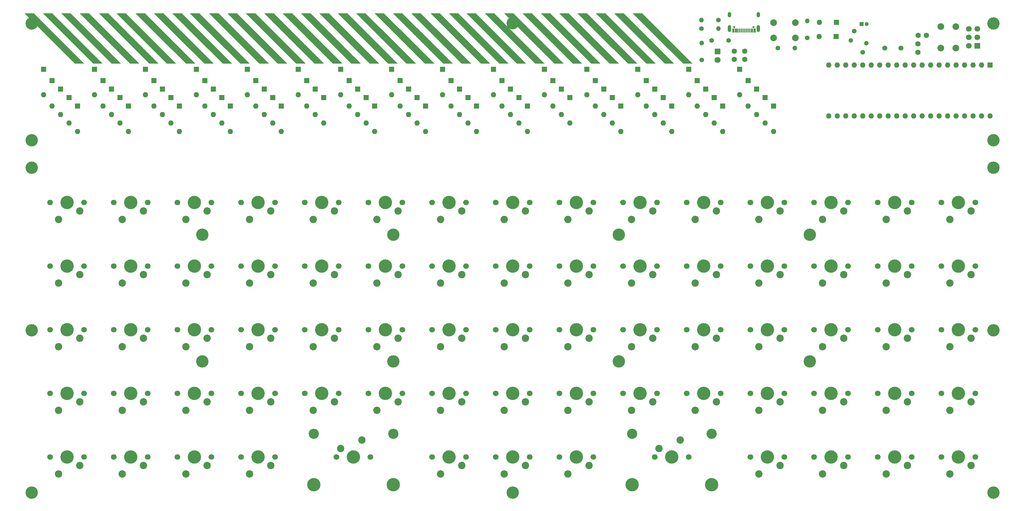
<source format=gbr>
G04 #@! TF.GenerationSoftware,KiCad,Pcbnew,(5.1.6)-1*
G04 #@! TF.CreationDate,2021-02-01T10:29:45-05:00*
G04 #@! TF.ProjectId,keyboard,6b657962-6f61-4726-942e-6b696361645f,rev?*
G04 #@! TF.SameCoordinates,Original*
G04 #@! TF.FileFunction,Soldermask,Top*
G04 #@! TF.FilePolarity,Negative*
%FSLAX46Y46*%
G04 Gerber Fmt 4.6, Leading zero omitted, Abs format (unit mm)*
G04 Created by KiCad (PCBNEW (5.1.6)-1) date 2021-02-01 10:29:45*
%MOMM*%
%LPD*%
G01*
G04 APERTURE LIST*
%ADD10C,0.100000*%
%ADD11C,1.700000*%
%ADD12R,1.700000X1.700000*%
%ADD13C,2.000000*%
%ADD14C,3.700000*%
%ADD15R,0.300000X1.150000*%
%ADD16C,0.650000*%
%ADD17O,1.000000X1.600000*%
%ADD18O,1.000000X2.100000*%
%ADD19C,4.000000*%
%ADD20C,2.200000*%
%ADD21C,3.050000*%
%ADD22C,1.600000*%
%ADD23R,1.600000X1.600000*%
%ADD24O,1.600000X1.600000*%
%ADD25C,1.400000*%
%ADD26O,1.400000X1.400000*%
%ADD27C,1.500000*%
%ADD28C,1.200000*%
%ADD29R,1.200000X1.200000*%
%ADD30R,1.800000X1.800000*%
%ADD31C,1.800000*%
G04 APERTURE END LIST*
D10*
G36*
X202935700Y-36315200D02*
G01*
X200185700Y-36315200D01*
X185185700Y-21315200D01*
X187935700Y-21315200D01*
X202935700Y-36315200D01*
G37*
X202935700Y-36315200D02*
X200185700Y-36315200D01*
X185185700Y-21315200D01*
X187935700Y-21315200D01*
X202935700Y-36315200D01*
G36*
X37435700Y-36315200D02*
G01*
X34685700Y-36315200D01*
X19685700Y-21315200D01*
X22435700Y-21315200D01*
X37435700Y-36315200D01*
G37*
X37435700Y-36315200D02*
X34685700Y-36315200D01*
X19685700Y-21315200D01*
X22435700Y-21315200D01*
X37435700Y-36315200D01*
G36*
X42935700Y-36315200D02*
G01*
X40185700Y-36315200D01*
X25185700Y-21315200D01*
X27935700Y-21315200D01*
X42935700Y-36315200D01*
G37*
X42935700Y-36315200D02*
X40185700Y-36315200D01*
X25185700Y-21315200D01*
X27935700Y-21315200D01*
X42935700Y-36315200D01*
G36*
X48435700Y-36315200D02*
G01*
X45685700Y-36315200D01*
X30685700Y-21315200D01*
X33435700Y-21315200D01*
X48435700Y-36315200D01*
G37*
X48435700Y-36315200D02*
X45685700Y-36315200D01*
X30685700Y-21315200D01*
X33435700Y-21315200D01*
X48435700Y-36315200D01*
G36*
X53935700Y-36315200D02*
G01*
X51185700Y-36315200D01*
X36185700Y-21315200D01*
X38935700Y-21315200D01*
X53935700Y-36315200D01*
G37*
X53935700Y-36315200D02*
X51185700Y-36315200D01*
X36185700Y-21315200D01*
X38935700Y-21315200D01*
X53935700Y-36315200D01*
G36*
X59685700Y-36315200D02*
G01*
X56935700Y-36315200D01*
X41935700Y-21315200D01*
X44685700Y-21315200D01*
X59685700Y-36315200D01*
G37*
X59685700Y-36315200D02*
X56935700Y-36315200D01*
X41935700Y-21315200D01*
X44685700Y-21315200D01*
X59685700Y-36315200D01*
G36*
X64935700Y-36315200D02*
G01*
X62185700Y-36315200D01*
X47185700Y-21315200D01*
X49935700Y-21315200D01*
X64935700Y-36315200D01*
G37*
X64935700Y-36315200D02*
X62185700Y-36315200D01*
X47185700Y-21315200D01*
X49935700Y-21315200D01*
X64935700Y-36315200D01*
G36*
X70685700Y-36315200D02*
G01*
X67935700Y-36315200D01*
X52935700Y-21315200D01*
X55685700Y-21315200D01*
X70685700Y-36315200D01*
G37*
X70685700Y-36315200D02*
X67935700Y-36315200D01*
X52935700Y-21315200D01*
X55685700Y-21315200D01*
X70685700Y-36315200D01*
G36*
X76185700Y-36315200D02*
G01*
X73435700Y-36315200D01*
X58435700Y-21315200D01*
X61185700Y-21315200D01*
X76185700Y-36315200D01*
G37*
X76185700Y-36315200D02*
X73435700Y-36315200D01*
X58435700Y-21315200D01*
X61185700Y-21315200D01*
X76185700Y-36315200D01*
G36*
X81685700Y-36315200D02*
G01*
X78935700Y-36315200D01*
X63935700Y-21315200D01*
X66685700Y-21315200D01*
X81685700Y-36315200D01*
G37*
X81685700Y-36315200D02*
X78935700Y-36315200D01*
X63935700Y-21315200D01*
X66685700Y-21315200D01*
X81685700Y-36315200D01*
G36*
X86935700Y-36315200D02*
G01*
X84185700Y-36315200D01*
X69185700Y-21315200D01*
X71935700Y-21315200D01*
X86935700Y-36315200D01*
G37*
X86935700Y-36315200D02*
X84185700Y-36315200D01*
X69185700Y-21315200D01*
X71935700Y-21315200D01*
X86935700Y-36315200D01*
G36*
X92685700Y-36315200D02*
G01*
X89935700Y-36315200D01*
X74935700Y-21315200D01*
X77685700Y-21315200D01*
X92685700Y-36315200D01*
G37*
X92685700Y-36315200D02*
X89935700Y-36315200D01*
X74935700Y-21315200D01*
X77685700Y-21315200D01*
X92685700Y-36315200D01*
G36*
X98185700Y-36315200D02*
G01*
X95435700Y-36315200D01*
X80435700Y-21315200D01*
X83185700Y-21315200D01*
X98185700Y-36315200D01*
G37*
X98185700Y-36315200D02*
X95435700Y-36315200D01*
X80435700Y-21315200D01*
X83185700Y-21315200D01*
X98185700Y-36315200D01*
G36*
X103685700Y-36315200D02*
G01*
X100935700Y-36315200D01*
X85935700Y-21315200D01*
X88685700Y-21315200D01*
X103685700Y-36315200D01*
G37*
X103685700Y-36315200D02*
X100935700Y-36315200D01*
X85935700Y-21315200D01*
X88685700Y-21315200D01*
X103685700Y-36315200D01*
G36*
X109185700Y-36315200D02*
G01*
X106435700Y-36315200D01*
X91435700Y-21315200D01*
X94185700Y-21315200D01*
X109185700Y-36315200D01*
G37*
X109185700Y-36315200D02*
X106435700Y-36315200D01*
X91435700Y-21315200D01*
X94185700Y-21315200D01*
X109185700Y-36315200D01*
G36*
X114685700Y-36315200D02*
G01*
X111935700Y-36315200D01*
X96935700Y-21315200D01*
X99685700Y-21315200D01*
X114685700Y-36315200D01*
G37*
X114685700Y-36315200D02*
X111935700Y-36315200D01*
X96935700Y-21315200D01*
X99685700Y-21315200D01*
X114685700Y-36315200D01*
G36*
X120185700Y-36315200D02*
G01*
X117435700Y-36315200D01*
X102435700Y-21315200D01*
X105185700Y-21315200D01*
X120185700Y-36315200D01*
G37*
X120185700Y-36315200D02*
X117435700Y-36315200D01*
X102435700Y-21315200D01*
X105185700Y-21315200D01*
X120185700Y-36315200D01*
G36*
X125685700Y-36315200D02*
G01*
X122935700Y-36315200D01*
X107935700Y-21315200D01*
X110685700Y-21315200D01*
X125685700Y-36315200D01*
G37*
X125685700Y-36315200D02*
X122935700Y-36315200D01*
X107935700Y-21315200D01*
X110685700Y-21315200D01*
X125685700Y-36315200D01*
G36*
X131185700Y-36315200D02*
G01*
X128435700Y-36315200D01*
X113435700Y-21315200D01*
X116185700Y-21315200D01*
X131185700Y-36315200D01*
G37*
X131185700Y-36315200D02*
X128435700Y-36315200D01*
X113435700Y-21315200D01*
X116185700Y-21315200D01*
X131185700Y-36315200D01*
G36*
X136685700Y-36315200D02*
G01*
X133935700Y-36315200D01*
X118935700Y-21315200D01*
X121685700Y-21315200D01*
X136685700Y-36315200D01*
G37*
X136685700Y-36315200D02*
X133935700Y-36315200D01*
X118935700Y-21315200D01*
X121685700Y-21315200D01*
X136685700Y-36315200D01*
G36*
X142185700Y-36315200D02*
G01*
X139435700Y-36315200D01*
X124435700Y-21315200D01*
X127185700Y-21315200D01*
X142185700Y-36315200D01*
G37*
X142185700Y-36315200D02*
X139435700Y-36315200D01*
X124435700Y-21315200D01*
X127185700Y-21315200D01*
X142185700Y-36315200D01*
G36*
X147685700Y-36315200D02*
G01*
X144935700Y-36315200D01*
X129935700Y-21315200D01*
X132685700Y-21315200D01*
X147685700Y-36315200D01*
G37*
X147685700Y-36315200D02*
X144935700Y-36315200D01*
X129935700Y-21315200D01*
X132685700Y-21315200D01*
X147685700Y-36315200D01*
G36*
X153185700Y-36315200D02*
G01*
X150435700Y-36315200D01*
X135435700Y-21315200D01*
X138185700Y-21315200D01*
X153185700Y-36315200D01*
G37*
X153185700Y-36315200D02*
X150435700Y-36315200D01*
X135435700Y-21315200D01*
X138185700Y-21315200D01*
X153185700Y-36315200D01*
G36*
X158935700Y-36315200D02*
G01*
X156185700Y-36315200D01*
X141185700Y-21315200D01*
X143935700Y-21315200D01*
X158935700Y-36315200D01*
G37*
X158935700Y-36315200D02*
X156185700Y-36315200D01*
X141185700Y-21315200D01*
X143935700Y-21315200D01*
X158935700Y-36315200D01*
G36*
X164435700Y-36315200D02*
G01*
X161685700Y-36315200D01*
X146685700Y-21315200D01*
X149435700Y-21315200D01*
X164435700Y-36315200D01*
G37*
X164435700Y-36315200D02*
X161685700Y-36315200D01*
X146685700Y-21315200D01*
X149435700Y-21315200D01*
X164435700Y-36315200D01*
G36*
X169685700Y-36315200D02*
G01*
X166935700Y-36315200D01*
X151935700Y-21315200D01*
X154685700Y-21315200D01*
X169685700Y-36315200D01*
G37*
X169685700Y-36315200D02*
X166935700Y-36315200D01*
X151935700Y-21315200D01*
X154685700Y-21315200D01*
X169685700Y-36315200D01*
G36*
X175185700Y-36315200D02*
G01*
X172435700Y-36315200D01*
X157435700Y-21315200D01*
X160185700Y-21315200D01*
X175185700Y-36315200D01*
G37*
X175185700Y-36315200D02*
X172435700Y-36315200D01*
X157435700Y-21315200D01*
X160185700Y-21315200D01*
X175185700Y-36315200D01*
G36*
X180935700Y-36315200D02*
G01*
X178185700Y-36315200D01*
X163185700Y-21315200D01*
X165935700Y-21315200D01*
X180935700Y-36315200D01*
G37*
X180935700Y-36315200D02*
X178185700Y-36315200D01*
X163185700Y-21315200D01*
X165935700Y-21315200D01*
X180935700Y-36315200D01*
G36*
X186435700Y-36315200D02*
G01*
X183685700Y-36315200D01*
X168685700Y-21315200D01*
X171435700Y-21315200D01*
X186435700Y-36315200D01*
G37*
X186435700Y-36315200D02*
X183685700Y-36315200D01*
X168685700Y-21315200D01*
X171435700Y-21315200D01*
X186435700Y-36315200D01*
G36*
X191935700Y-36315200D02*
G01*
X189185700Y-36315200D01*
X174185700Y-21315200D01*
X176935700Y-21315200D01*
X191935700Y-36315200D01*
G37*
X191935700Y-36315200D02*
X189185700Y-36315200D01*
X174185700Y-21315200D01*
X176935700Y-21315200D01*
X191935700Y-36315200D01*
G36*
X197435700Y-36315200D02*
G01*
X194685700Y-36315200D01*
X179685700Y-21315200D01*
X182435700Y-21315200D01*
X197435700Y-36315200D01*
G37*
X197435700Y-36315200D02*
X194685700Y-36315200D01*
X179685700Y-21315200D01*
X182435700Y-21315200D01*
X197435700Y-36315200D01*
G36*
X208435700Y-36315200D02*
G01*
X205685700Y-36315200D01*
X190685700Y-21315200D01*
X193435700Y-21315200D01*
X208435700Y-36315200D01*
G37*
X208435700Y-36315200D02*
X205685700Y-36315200D01*
X190685700Y-21315200D01*
X193435700Y-21315200D01*
X208435700Y-36315200D01*
G36*
X213935700Y-36315200D02*
G01*
X211185700Y-36315200D01*
X196185700Y-21315200D01*
X198935700Y-21315200D01*
X213935700Y-36315200D01*
G37*
X213935700Y-36315200D02*
X211185700Y-36315200D01*
X196185700Y-21315200D01*
X198935700Y-21315200D01*
X213935700Y-36315200D01*
G36*
X219435683Y-36315200D02*
G01*
X216685683Y-36315200D01*
X201685683Y-21315200D01*
X204435683Y-21315200D01*
X219435683Y-36315200D01*
G37*
X219435683Y-36315200D02*
X216685683Y-36315200D01*
X201685683Y-21315200D01*
X204435683Y-21315200D01*
X219435683Y-36315200D01*
D11*
X302265700Y-25925200D03*
X304805700Y-25925200D03*
X302265700Y-28465200D03*
X304805700Y-28465200D03*
X302265700Y-31005200D03*
D12*
X304805700Y-31005200D03*
D13*
X293835700Y-25265200D03*
X298335700Y-25265200D03*
X293835700Y-31765200D03*
X298335700Y-31765200D03*
D14*
X254634999Y-125565200D03*
X254634999Y-87565200D03*
X72834999Y-125565200D03*
X72834999Y-87570000D03*
X197484999Y-125570000D03*
X197484999Y-87570000D03*
X129984999Y-125565200D03*
X129984999Y-87570000D03*
X165734999Y-164820000D03*
X165735000Y-24315200D03*
X309610000Y-116197600D03*
X21860000Y-116192600D03*
D15*
X231585700Y-26485200D03*
X232385700Y-26485200D03*
X237185700Y-26485200D03*
X237985700Y-26485200D03*
X238285700Y-26485200D03*
X237485700Y-26485200D03*
X236685700Y-26485200D03*
X236185700Y-26485200D03*
X235685700Y-26485200D03*
X235185700Y-26485200D03*
X234685700Y-26485200D03*
X234185700Y-26485200D03*
X233685700Y-26485200D03*
X233185700Y-26485200D03*
X232685700Y-26485200D03*
X231885700Y-26485200D03*
D16*
X237825700Y-25420200D03*
X232045700Y-25420200D03*
D17*
X230615700Y-21740200D03*
X239255700Y-21740200D03*
D18*
X230615700Y-25920200D03*
X239255700Y-25920200D03*
D14*
X309610000Y-67565200D03*
X21860000Y-67565200D03*
X21860000Y-59320000D03*
X309610000Y-59330000D03*
X309610000Y-24330000D03*
X309610000Y-164830000D03*
X21860000Y-164820000D03*
X21860000Y-24320000D03*
D11*
X141605000Y-77978000D03*
X151765000Y-77978000D03*
D19*
X146685000Y-77978000D03*
D20*
X150495000Y-80518000D03*
X144145000Y-83058000D03*
D11*
X198755000Y-97028000D03*
X208915000Y-97028000D03*
D19*
X203835000Y-97028000D03*
D20*
X207645000Y-99568000D03*
X201295000Y-102108000D03*
X163195000Y-83058000D03*
X169545000Y-80518000D03*
D19*
X165735000Y-77978000D03*
D11*
X170815000Y-77978000D03*
X160655000Y-77978000D03*
D20*
X67945000Y-140208000D03*
X74295000Y-137668000D03*
D19*
X70485000Y-135128000D03*
D11*
X75565000Y-135128000D03*
X65405000Y-135128000D03*
X46355000Y-135128000D03*
X56515000Y-135128000D03*
D19*
X51435000Y-135128000D03*
D20*
X55245000Y-137668000D03*
X48895000Y-140208000D03*
X67945000Y-102108000D03*
X74295000Y-99568000D03*
D19*
X70485000Y-97028000D03*
D11*
X75565000Y-97028000D03*
X65405000Y-97028000D03*
D20*
X48895000Y-159258000D03*
X55245000Y-156718000D03*
D19*
X51435000Y-154178000D03*
D11*
X56515000Y-154178000D03*
X46355000Y-154178000D03*
D20*
X106045000Y-140208000D03*
X112395000Y-137668000D03*
D19*
X108585000Y-135128000D03*
D11*
X113665000Y-135128000D03*
X103505000Y-135128000D03*
X255905000Y-116078000D03*
X266065000Y-116078000D03*
D19*
X260985000Y-116078000D03*
D20*
X264795000Y-118618000D03*
X258445000Y-121158000D03*
X220345000Y-140208000D03*
X226695000Y-137668000D03*
D19*
X222885000Y-135128000D03*
D11*
X227965000Y-135128000D03*
X217805000Y-135128000D03*
D20*
X182245000Y-102108000D03*
X188595000Y-99568000D03*
D19*
X184785000Y-97028000D03*
D11*
X189865000Y-97028000D03*
X179705000Y-97028000D03*
X217805000Y-116078000D03*
X227965000Y-116078000D03*
D19*
X222885000Y-116078000D03*
D20*
X226695000Y-118618000D03*
X220345000Y-121158000D03*
X239395000Y-121158000D03*
X245745000Y-118618000D03*
D19*
X241935000Y-116078000D03*
D11*
X247015000Y-116078000D03*
X236855000Y-116078000D03*
X198755000Y-135128000D03*
X208915000Y-135128000D03*
D19*
X203835000Y-135128000D03*
D20*
X207645000Y-137668000D03*
X201295000Y-140208000D03*
D11*
X255905000Y-97028000D03*
X266065000Y-97028000D03*
D19*
X260985000Y-97028000D03*
D20*
X264795000Y-99568000D03*
X258445000Y-102108000D03*
X277495000Y-102108000D03*
X283845000Y-99568000D03*
D19*
X280035000Y-97028000D03*
D11*
X285115000Y-97028000D03*
X274955000Y-97028000D03*
X179705000Y-135128000D03*
X189865000Y-135128000D03*
D19*
X184785000Y-135128000D03*
D20*
X188595000Y-137668000D03*
X182245000Y-140208000D03*
D11*
X179705000Y-116078000D03*
X189865000Y-116078000D03*
D19*
X184785000Y-116078000D03*
D20*
X188595000Y-118618000D03*
X182245000Y-121158000D03*
D11*
X46355000Y-97028000D03*
X56515000Y-97028000D03*
D19*
X51435000Y-97028000D03*
D20*
X55245000Y-99568000D03*
X48895000Y-102108000D03*
X106045000Y-102108000D03*
X112395000Y-99568000D03*
D19*
X108585000Y-97028000D03*
D11*
X113665000Y-97028000D03*
X103505000Y-97028000D03*
D20*
X67945000Y-121158000D03*
X74295000Y-118618000D03*
D19*
X70485000Y-116078000D03*
D11*
X75565000Y-116078000D03*
X65405000Y-116078000D03*
D20*
X277495000Y-121158000D03*
X283845000Y-118618000D03*
D19*
X280035000Y-116078000D03*
D11*
X285115000Y-116078000D03*
X274955000Y-116078000D03*
X255905000Y-154178000D03*
X266065000Y-154178000D03*
D19*
X260985000Y-154178000D03*
D20*
X264795000Y-156718000D03*
X258445000Y-159258000D03*
X296545000Y-121158000D03*
X302895000Y-118618000D03*
D19*
X299085000Y-116078000D03*
D11*
X304165000Y-116078000D03*
X294005000Y-116078000D03*
X294005000Y-154178000D03*
X304165000Y-154178000D03*
D19*
X299085000Y-154178000D03*
D20*
X302895000Y-156718000D03*
X296545000Y-159258000D03*
D11*
X294005000Y-97028000D03*
X304165000Y-97028000D03*
D19*
X299085000Y-97028000D03*
D20*
X302895000Y-99568000D03*
X296545000Y-102108000D03*
X296545000Y-140208000D03*
X302895000Y-137668000D03*
D19*
X299085000Y-135128000D03*
D11*
X304165000Y-135128000D03*
X294005000Y-135128000D03*
D20*
X277495000Y-159258000D03*
X283845000Y-156718000D03*
D19*
X280035000Y-154178000D03*
D11*
X285115000Y-154178000D03*
X274955000Y-154178000D03*
D20*
X29845000Y-140208000D03*
X36195000Y-137668000D03*
D19*
X32385000Y-135128000D03*
D11*
X37465000Y-135128000D03*
X27305000Y-135128000D03*
X274955000Y-135128000D03*
X285115000Y-135128000D03*
D19*
X280035000Y-135128000D03*
D20*
X283845000Y-137668000D03*
X277495000Y-140208000D03*
D21*
X225260000Y-147180000D03*
X201460000Y-147180000D03*
D19*
X201460000Y-162420000D03*
X225260000Y-162420000D03*
D11*
X218440000Y-154180000D03*
X208280000Y-154180000D03*
D19*
X213360000Y-154180000D03*
D20*
X209550000Y-151640000D03*
X215900000Y-149100000D03*
X29845000Y-102108000D03*
X36195000Y-99568000D03*
D19*
X32385000Y-97028000D03*
D11*
X37465000Y-97028000D03*
X27305000Y-97028000D03*
D20*
X120650000Y-149100000D03*
X114300000Y-151640000D03*
D19*
X118110000Y-154180000D03*
D11*
X113030000Y-154180000D03*
X123190000Y-154180000D03*
D19*
X130010000Y-162420000D03*
X106210000Y-162420000D03*
D21*
X106210000Y-147180000D03*
X130010000Y-147180000D03*
D11*
X217805000Y-97028000D03*
X227965000Y-97028000D03*
D19*
X222885000Y-97028000D03*
D20*
X226695000Y-99568000D03*
X220345000Y-102108000D03*
D11*
X122555000Y-97028000D03*
X132715000Y-97028000D03*
D19*
X127635000Y-97028000D03*
D20*
X131445000Y-99568000D03*
X125095000Y-102108000D03*
X29845000Y-83058000D03*
X36195000Y-80518000D03*
D19*
X32385000Y-77978000D03*
D11*
X37465000Y-77978000D03*
X27305000Y-77978000D03*
X122555000Y-116078000D03*
X132715000Y-116078000D03*
D19*
X127635000Y-116078000D03*
D20*
X131445000Y-118618000D03*
X125095000Y-121158000D03*
D11*
X103505000Y-116078000D03*
X113665000Y-116078000D03*
D19*
X108585000Y-116078000D03*
D20*
X112395000Y-118618000D03*
X106045000Y-121158000D03*
X86995000Y-159258000D03*
X93345000Y-156718000D03*
D19*
X89535000Y-154178000D03*
D11*
X94615000Y-154178000D03*
X84455000Y-154178000D03*
D20*
X144145000Y-140208000D03*
X150495000Y-137668000D03*
D19*
X146685000Y-135128000D03*
D11*
X151765000Y-135128000D03*
X141605000Y-135128000D03*
X179705000Y-77978000D03*
X189865000Y-77978000D03*
D19*
X184785000Y-77978000D03*
D20*
X188595000Y-80518000D03*
X182245000Y-83058000D03*
X239395000Y-159258000D03*
X245745000Y-156718000D03*
D19*
X241935000Y-154178000D03*
D11*
X247015000Y-154178000D03*
X236855000Y-154178000D03*
D20*
X201295000Y-121158000D03*
X207645000Y-118618000D03*
D19*
X203835000Y-116078000D03*
D11*
X208915000Y-116078000D03*
X198755000Y-116078000D03*
X141605000Y-116078000D03*
X151765000Y-116078000D03*
D19*
X146685000Y-116078000D03*
D20*
X150495000Y-118618000D03*
X144145000Y-121158000D03*
X239395000Y-102108000D03*
X245745000Y-99568000D03*
D19*
X241935000Y-97028000D03*
D11*
X247015000Y-97028000D03*
X236855000Y-97028000D03*
X46355000Y-116078000D03*
X56515000Y-116078000D03*
D19*
X51435000Y-116078000D03*
D20*
X55245000Y-118618000D03*
X48895000Y-121158000D03*
X67945000Y-159258000D03*
X74295000Y-156718000D03*
D19*
X70485000Y-154178000D03*
D11*
X75565000Y-154178000D03*
X65405000Y-154178000D03*
X294005000Y-77978000D03*
X304165000Y-77978000D03*
D19*
X299085000Y-77978000D03*
D20*
X302895000Y-80518000D03*
X296545000Y-83058000D03*
D11*
X160655000Y-97028000D03*
X170815000Y-97028000D03*
D19*
X165735000Y-97028000D03*
D20*
X169545000Y-99568000D03*
X163195000Y-102108000D03*
D11*
X84455000Y-135128000D03*
X94615000Y-135128000D03*
D19*
X89535000Y-135128000D03*
D20*
X93345000Y-137668000D03*
X86995000Y-140208000D03*
X48895000Y-83058000D03*
X55245000Y-80518000D03*
D19*
X51435000Y-77978000D03*
D11*
X56515000Y-77978000D03*
X46355000Y-77978000D03*
D20*
X125095000Y-83058000D03*
X131445000Y-80518000D03*
D19*
X127635000Y-77978000D03*
D11*
X132715000Y-77978000D03*
X122555000Y-77978000D03*
X255905000Y-77978000D03*
X266065000Y-77978000D03*
D19*
X260985000Y-77978000D03*
D20*
X264795000Y-80518000D03*
X258445000Y-83058000D03*
X163195000Y-159258000D03*
X169545000Y-156718000D03*
D19*
X165735000Y-154178000D03*
D11*
X170815000Y-154178000D03*
X160655000Y-154178000D03*
X160655000Y-135128000D03*
X170815000Y-135128000D03*
D19*
X165735000Y-135128000D03*
D20*
X169545000Y-137668000D03*
X163195000Y-140208000D03*
X29845000Y-121158000D03*
X36195000Y-118618000D03*
D19*
X32385000Y-116078000D03*
D11*
X37465000Y-116078000D03*
X27305000Y-116078000D03*
D20*
X144145000Y-102108000D03*
X150495000Y-99568000D03*
D19*
X146685000Y-97028000D03*
D11*
X151765000Y-97028000D03*
X141605000Y-97028000D03*
X236855000Y-135128000D03*
X247015000Y-135128000D03*
D19*
X241935000Y-135128000D03*
D20*
X245745000Y-137668000D03*
X239395000Y-140208000D03*
D11*
X27305000Y-154178000D03*
X37465000Y-154178000D03*
D19*
X32385000Y-154178000D03*
D20*
X36195000Y-156718000D03*
X29845000Y-159258000D03*
D11*
X84455000Y-116078000D03*
X94615000Y-116078000D03*
D19*
X89535000Y-116078000D03*
D20*
X93345000Y-118618000D03*
X86995000Y-121158000D03*
X163195000Y-121158000D03*
X169545000Y-118618000D03*
D19*
X165735000Y-116078000D03*
D11*
X170815000Y-116078000D03*
X160655000Y-116078000D03*
D20*
X258445000Y-140208000D03*
X264795000Y-137668000D03*
D19*
X260985000Y-135128000D03*
D11*
X266065000Y-135128000D03*
X255905000Y-135128000D03*
X122555000Y-135128000D03*
X132715000Y-135128000D03*
D19*
X127635000Y-135128000D03*
D20*
X131445000Y-137668000D03*
X125095000Y-140208000D03*
D11*
X103505000Y-77978000D03*
X113665000Y-77978000D03*
D19*
X108585000Y-77978000D03*
D20*
X112395000Y-80518000D03*
X106045000Y-83058000D03*
D11*
X198755000Y-77978000D03*
X208915000Y-77978000D03*
D19*
X203835000Y-77978000D03*
D20*
X207645000Y-80518000D03*
X201295000Y-83058000D03*
X277495000Y-83058000D03*
X283845000Y-80518000D03*
D19*
X280035000Y-77978000D03*
D11*
X285115000Y-77978000D03*
X274955000Y-77978000D03*
D20*
X86995000Y-83058000D03*
X93345000Y-80518000D03*
D19*
X89535000Y-77978000D03*
D11*
X94615000Y-77978000D03*
X84455000Y-77978000D03*
X217805000Y-77978000D03*
X227965000Y-77978000D03*
D19*
X222885000Y-77978000D03*
D20*
X226695000Y-80518000D03*
X220345000Y-83058000D03*
X239395000Y-83058000D03*
X245745000Y-80518000D03*
D19*
X241935000Y-77978000D03*
D11*
X247015000Y-77978000D03*
X236855000Y-77978000D03*
X141605000Y-154178000D03*
X151765000Y-154178000D03*
D19*
X146685000Y-154178000D03*
D20*
X150495000Y-156718000D03*
X144145000Y-159258000D03*
D11*
X179705000Y-154178000D03*
X189865000Y-154178000D03*
D19*
X184785000Y-154178000D03*
D20*
X188595000Y-156718000D03*
X182245000Y-159258000D03*
D11*
X65405000Y-77978000D03*
X75565000Y-77978000D03*
D19*
X70485000Y-77978000D03*
D20*
X74295000Y-80518000D03*
X67945000Y-83058000D03*
X86995000Y-102108000D03*
X93345000Y-99568000D03*
D19*
X89535000Y-97028000D03*
D11*
X94615000Y-97028000D03*
X84455000Y-97028000D03*
D22*
X235191201Y-32650399D03*
X235191201Y-35150399D03*
X232041201Y-35150399D03*
X232041201Y-32650399D03*
X289560000Y-27940000D03*
X287060000Y-27940000D03*
X287020000Y-30480000D03*
X287020000Y-32980000D03*
D23*
X25400000Y-38100000D03*
D24*
X25400000Y-45720000D03*
X27940000Y-49098200D03*
D23*
X27940000Y-41478200D03*
X30480000Y-44018200D03*
D24*
X30480000Y-51638200D03*
D23*
X33020000Y-46558200D03*
D24*
X33020000Y-54178200D03*
D23*
X35560000Y-49098200D03*
D24*
X35560000Y-56718200D03*
X40640000Y-45720000D03*
D23*
X40640000Y-38100000D03*
D24*
X43180000Y-49098200D03*
D23*
X43180000Y-41478200D03*
X45720000Y-44018200D03*
D24*
X45720000Y-51638200D03*
X48260000Y-54178200D03*
D23*
X48260000Y-46558200D03*
X50800000Y-49098200D03*
D24*
X50800000Y-56718200D03*
X55880000Y-45720000D03*
D23*
X55880000Y-38100000D03*
X58420000Y-41478200D03*
D24*
X58420000Y-49098200D03*
X60960000Y-51638200D03*
D23*
X60960000Y-44018200D03*
X63500000Y-46558200D03*
D24*
X63500000Y-54178200D03*
X66040000Y-56718200D03*
D23*
X66040000Y-49098200D03*
X71120000Y-38100000D03*
D24*
X71120000Y-45720000D03*
X73660000Y-49098200D03*
D23*
X73660000Y-41478200D03*
X76200000Y-44018200D03*
D24*
X76200000Y-51638200D03*
X78740000Y-54178200D03*
D23*
X78740000Y-46558200D03*
X81280000Y-49098200D03*
D24*
X81280000Y-56718200D03*
D23*
X86360000Y-38100000D03*
D24*
X86360000Y-45720000D03*
D23*
X88900000Y-41478200D03*
D24*
X88900000Y-49098200D03*
X91440000Y-51638200D03*
D23*
X91440000Y-44018200D03*
X93980000Y-46558200D03*
D24*
X93980000Y-54178200D03*
X101600000Y-45720000D03*
D23*
X101600000Y-38100000D03*
X104140000Y-41478200D03*
D24*
X104140000Y-49098200D03*
D23*
X106680000Y-44018200D03*
D24*
X106680000Y-51638200D03*
X109220000Y-54178200D03*
D23*
X109220000Y-46558200D03*
D24*
X96520000Y-56718200D03*
D23*
X96520000Y-49098200D03*
X114300000Y-38100000D03*
D24*
X114300000Y-45720000D03*
X116840000Y-49098200D03*
D23*
X116840000Y-41478200D03*
D24*
X119380000Y-51638200D03*
D23*
X119380000Y-44018200D03*
X121920000Y-46558200D03*
D24*
X121920000Y-54178200D03*
D23*
X124460000Y-49098200D03*
D24*
X124460000Y-56718200D03*
X129540000Y-45720000D03*
D23*
X129540000Y-38100000D03*
X132080000Y-41478200D03*
D24*
X132080000Y-49098200D03*
D23*
X134620000Y-44018200D03*
D24*
X134620000Y-51638200D03*
X137160000Y-54178200D03*
D23*
X137160000Y-46558200D03*
D24*
X139700000Y-56718200D03*
D23*
X139700000Y-49098200D03*
X144780000Y-38100000D03*
D24*
X144780000Y-45720000D03*
X147320000Y-49098200D03*
D23*
X147320000Y-41478200D03*
D24*
X149860000Y-51638200D03*
D23*
X149860000Y-44018200D03*
X152400000Y-46558200D03*
D24*
X152400000Y-54178200D03*
D23*
X154940000Y-49098200D03*
D24*
X154940000Y-56718200D03*
D23*
X160020000Y-38100000D03*
D24*
X160020000Y-45720000D03*
X162560000Y-49098200D03*
D23*
X162560000Y-41478200D03*
D24*
X165100000Y-51638200D03*
D23*
X165100000Y-44018200D03*
X167640000Y-46558200D03*
D24*
X167640000Y-54178200D03*
D23*
X175260000Y-38100000D03*
D24*
X175260000Y-45720000D03*
X177800000Y-49098200D03*
D23*
X177800000Y-41478200D03*
X180340000Y-44018200D03*
D24*
X180340000Y-51638200D03*
X182880000Y-54178200D03*
D23*
X182880000Y-46558200D03*
X170180000Y-49098200D03*
D24*
X170180000Y-56718200D03*
X187960000Y-45720000D03*
D23*
X187960000Y-38100000D03*
X190500000Y-41478200D03*
D24*
X190500000Y-49098200D03*
X193040000Y-51638200D03*
D23*
X193040000Y-44018200D03*
X195580000Y-46558200D03*
D24*
X195580000Y-54178200D03*
D23*
X198120000Y-49098200D03*
D24*
X198120000Y-56718200D03*
D23*
X203200000Y-38100000D03*
D24*
X203200000Y-45720000D03*
X205740000Y-49098200D03*
D23*
X205740000Y-41478200D03*
X208280000Y-44018200D03*
D24*
X208280000Y-51638200D03*
X210820000Y-54178200D03*
D23*
X210820000Y-46558200D03*
D24*
X213360000Y-56718200D03*
D23*
X213360000Y-49098200D03*
D24*
X218440000Y-45720000D03*
D23*
X218440000Y-38100000D03*
X220980000Y-41478200D03*
D24*
X220980000Y-49098200D03*
X223520000Y-51638200D03*
D23*
X223520000Y-44018200D03*
X226060000Y-46558200D03*
D24*
X226060000Y-54178200D03*
D23*
X228600000Y-49098200D03*
D24*
X228600000Y-56718200D03*
D23*
X233680000Y-38100000D03*
D24*
X233680000Y-45720000D03*
X236220000Y-49098200D03*
D23*
X236220000Y-41478200D03*
X238760000Y-44018200D03*
D24*
X238760000Y-51638200D03*
X241300000Y-54178200D03*
D23*
X241300000Y-46558200D03*
D24*
X243840000Y-56718200D03*
D23*
X243840000Y-49098200D03*
D25*
X222270000Y-25920000D03*
D26*
X227350000Y-25920000D03*
X222270000Y-23380000D03*
D25*
X227350000Y-23380000D03*
X245110000Y-31750000D03*
D26*
X250190000Y-31750000D03*
D25*
X267970000Y-26670000D03*
G36*
G01*
X271067127Y-29767127D02*
X271067127Y-29767127D01*
G75*
G02*
X272057077Y-29767127I494975J-494975D01*
G01*
X272057077Y-29767127D01*
G75*
G02*
X272057077Y-30757077I-494975J-494975D01*
G01*
X272057077Y-30757077D01*
G75*
G02*
X271067127Y-30757077I-494975J494975D01*
G01*
X271067127Y-30757077D01*
G75*
G02*
X271067127Y-29767127I494975J494975D01*
G01*
G37*
G36*
G01*
X267412873Y-29922873D02*
X267412873Y-29922873D01*
G75*
G02*
X266422923Y-29922873I-494975J494975D01*
G01*
X266422923Y-29922873D01*
G75*
G02*
X266422923Y-28932923I494975J494975D01*
G01*
X266422923Y-28932923D01*
G75*
G02*
X267412873Y-28932923I494975J-494975D01*
G01*
X267412873Y-28932923D01*
G75*
G02*
X267412873Y-29922873I-494975J-494975D01*
G01*
G37*
X270510000Y-33020000D03*
D13*
X243840000Y-28640000D03*
X243840000Y-24140000D03*
X250340000Y-28640000D03*
X250340000Y-24140000D03*
D23*
X308610000Y-36830000D03*
D24*
X260350000Y-52070000D03*
X306070000Y-36830000D03*
X262890000Y-52070000D03*
X303530000Y-36830000D03*
X265430000Y-52070000D03*
X300990000Y-36830000D03*
X267970000Y-52070000D03*
X298450000Y-36830000D03*
X270510000Y-52070000D03*
X295910000Y-36830000D03*
X273050000Y-52070000D03*
X293370000Y-36830000D03*
X275590000Y-52070000D03*
X290830000Y-36830000D03*
X278130000Y-52070000D03*
X288290000Y-36830000D03*
X280670000Y-52070000D03*
X285750000Y-36830000D03*
X283210000Y-52070000D03*
X283210000Y-36830000D03*
X285750000Y-52070000D03*
X280670000Y-36830000D03*
X288290000Y-52070000D03*
X278130000Y-36830000D03*
X290830000Y-52070000D03*
X275590000Y-36830000D03*
X293370000Y-52070000D03*
X273050000Y-36830000D03*
X295910000Y-52070000D03*
X270510000Y-36830000D03*
X298450000Y-52070000D03*
X267970000Y-36830000D03*
X300990000Y-52070000D03*
X265430000Y-36830000D03*
X303530000Y-52070000D03*
X262890000Y-36830000D03*
X306070000Y-52070000D03*
X260350000Y-36830000D03*
X308610000Y-52070000D03*
D27*
X281940000Y-31750000D03*
X277060000Y-31750000D03*
D28*
X271670000Y-24520000D03*
D29*
X270170000Y-24520000D03*
D24*
X257500000Y-24000000D03*
D23*
X262580000Y-24000000D03*
X262520000Y-28240000D03*
D24*
X257440000Y-28240000D03*
D30*
X227040000Y-32740000D03*
D31*
X227040000Y-35280000D03*
D25*
X230390000Y-29480000D03*
X225290000Y-29480000D03*
X222310000Y-35310000D03*
D26*
X222310000Y-30230000D03*
D25*
X253935700Y-28665200D03*
D26*
X253935700Y-23585200D03*
M02*

</source>
